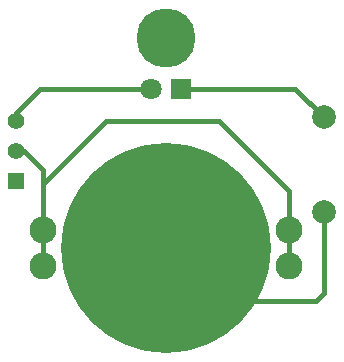
<source format=gbl>
%TF.GenerationSoftware,KiCad,Pcbnew,(5.1.10)-1*%
%TF.CreationDate,2021-07-18T19:04:49-07:00*%
%TF.ProjectId,project,70726f6a-6563-4742-9e6b-696361645f70,rev?*%
%TF.SameCoordinates,Original*%
%TF.FileFunction,Copper,L2,Bot*%
%TF.FilePolarity,Positive*%
%FSLAX46Y46*%
G04 Gerber Fmt 4.6, Leading zero omitted, Abs format (unit mm)*
G04 Created by KiCad (PCBNEW (5.1.10)-1) date 2021-07-18 19:04:49*
%MOMM*%
%LPD*%
G01*
G04 APERTURE LIST*
%TA.AperFunction,ComponentPad*%
%ADD10C,1.998980*%
%TD*%
%TA.AperFunction,ComponentPad*%
%ADD11C,5.000000*%
%TD*%
%TA.AperFunction,ComponentPad*%
%ADD12C,2.286000*%
%TD*%
%TA.AperFunction,SMDPad,CuDef*%
%ADD13C,17.780000*%
%TD*%
%TA.AperFunction,ComponentPad*%
%ADD14R,1.800000X1.800000*%
%TD*%
%TA.AperFunction,ComponentPad*%
%ADD15C,1.800000*%
%TD*%
%TA.AperFunction,ComponentPad*%
%ADD16R,1.397000X1.397000*%
%TD*%
%TA.AperFunction,ComponentPad*%
%ADD17C,1.397000*%
%TD*%
%TA.AperFunction,Conductor*%
%ADD18C,0.406400*%
%TD*%
G04 APERTURE END LIST*
D10*
%TO.P,R1,1*%
%TO.N,Net-(D1-Pad1)*%
X188595000Y-81598000D03*
%TO.P,R1,2*%
%TO.N,Net-(BT1-Pad2)*%
X188595000Y-89598000D03*
%TD*%
D11*
%TO.P,REF\u002A\u002A,1*%
%TO.N,N/C*%
X175260000Y-74930000D03*
%TD*%
D12*
%TO.P,BT1,1*%
%TO.N,Net-(BT1-Pad1)*%
X185674000Y-94234000D03*
X164846000Y-94234000D03*
X185674000Y-91186000D03*
X164846000Y-91186000D03*
D13*
%TO.P,BT1,2*%
%TO.N,Net-(BT1-Pad2)*%
X175260000Y-92710000D03*
%TD*%
D14*
%TO.P,D1,1*%
%TO.N,Net-(D1-Pad1)*%
X176530000Y-79248000D03*
D15*
%TO.P,D1,2*%
%TO.N,Net-(D1-Pad2)*%
X173990000Y-79248000D03*
%TD*%
D16*
%TO.P,SW1,1*%
%TO.N,Net-(SW1-Pad1)*%
X162560000Y-86995000D03*
D17*
%TO.P,SW1,2*%
%TO.N,Net-(BT1-Pad1)*%
X162560000Y-84455000D03*
%TO.P,SW1,3*%
%TO.N,Net-(D1-Pad2)*%
X162560000Y-81915000D03*
%TD*%
D18*
%TO.N,Net-(BT1-Pad1)*%
X164846000Y-91186000D02*
X164846000Y-87249000D01*
X185674000Y-87884000D02*
X185674000Y-91186000D01*
X179705000Y-81915000D02*
X185674000Y-87884000D01*
X170180000Y-81915000D02*
X179705000Y-81915000D01*
X164846000Y-87249000D02*
X170180000Y-81915000D01*
X164846000Y-91186000D02*
X164846000Y-86106000D01*
X164846000Y-86106000D02*
X163195000Y-84455000D01*
X163195000Y-84455000D02*
X162560000Y-84455000D01*
X185674000Y-94234000D02*
X185674000Y-91186000D01*
X164846000Y-94234000D02*
X164846000Y-91186000D01*
%TO.N,Net-(D1-Pad1)*%
X176530000Y-79248000D02*
X186118000Y-79248000D01*
X186118000Y-79248000D02*
X188595000Y-81598000D01*
%TO.N,Net-(D1-Pad2)*%
X162560000Y-81915000D02*
X162560000Y-81280000D01*
X162560000Y-81280000D02*
X164592000Y-79248000D01*
X164592000Y-79248000D02*
X173990000Y-79248000D01*
%TO.N,Net-(BT1-Pad2)*%
X188595000Y-89598000D02*
X188595000Y-96520000D01*
X187960000Y-97155000D02*
X179705000Y-97155000D01*
X188595000Y-96520000D02*
X187960000Y-97155000D01*
X179705000Y-97155000D02*
X175260000Y-92710000D01*
X188595000Y-89598000D02*
X188595000Y-88773000D01*
X180150000Y-87820000D02*
X175260000Y-92710000D01*
X175260000Y-92710000D02*
X179705000Y-92710000D01*
%TD*%
M02*

</source>
